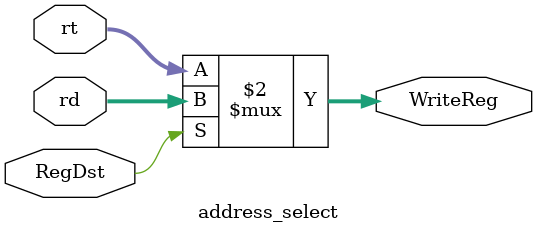
<source format=v>
`timescale 1ns / 1ps
module address_select(
input [4:0] rt,
input [4:0] rd,
input RegDst,
output  [4:0] WriteReg
    );

assign WriteReg = (RegDst == 1'b0 ? rt : rd);

endmodule

</source>
